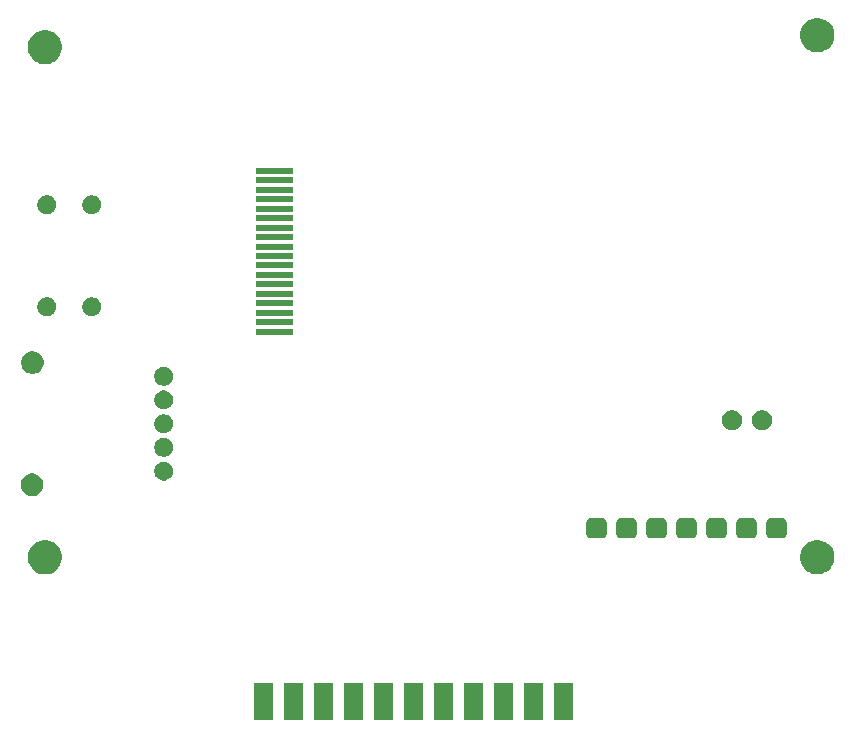
<source format=gbr>
G04 #@! TF.GenerationSoftware,KiCad,Pcbnew,5.0.2+dfsg1-1~bpo9+1*
G04 #@! TF.CreationDate,2020-07-27T21:19:22+01:00*
G04 #@! TF.ProjectId,gbc_outline_screen,6762635f-6f75-4746-9c69-6e655f736372,rev?*
G04 #@! TF.SameCoordinates,Original*
G04 #@! TF.FileFunction,Soldermask,Top*
G04 #@! TF.FilePolarity,Negative*
%FSLAX46Y46*%
G04 Gerber Fmt 4.6, Leading zero omitted, Abs format (unit mm)*
G04 Created by KiCad (PCBNEW 5.0.2+dfsg1-1~bpo9+1) date Mon 27 Jul 2020 21:19:22 BST*
%MOMM*%
%LPD*%
G01*
G04 APERTURE LIST*
%ADD10C,0.100000*%
G04 APERTURE END LIST*
D10*
G36*
X135595560Y-119909920D02*
X133969560Y-119909920D01*
X133969560Y-116807920D01*
X135595560Y-116807920D01*
X135595560Y-119909920D01*
X135595560Y-119909920D01*
G37*
G36*
X140675560Y-119909920D02*
X139049560Y-119909920D01*
X139049560Y-116807920D01*
X140675560Y-116807920D01*
X140675560Y-119909920D01*
X140675560Y-119909920D01*
G37*
G36*
X143215560Y-119909920D02*
X141589560Y-119909920D01*
X141589560Y-116807920D01*
X143215560Y-116807920D01*
X143215560Y-119909920D01*
X143215560Y-119909920D01*
G37*
G36*
X155915560Y-119904840D02*
X154289560Y-119904840D01*
X154289560Y-116802840D01*
X155915560Y-116802840D01*
X155915560Y-119904840D01*
X155915560Y-119904840D01*
G37*
G36*
X138135560Y-119904840D02*
X136509560Y-119904840D01*
X136509560Y-116802840D01*
X138135560Y-116802840D01*
X138135560Y-119904840D01*
X138135560Y-119904840D01*
G37*
G36*
X158455560Y-119904840D02*
X156829560Y-119904840D01*
X156829560Y-116802840D01*
X158455560Y-116802840D01*
X158455560Y-119904840D01*
X158455560Y-119904840D01*
G37*
G36*
X160995560Y-119904840D02*
X159369560Y-119904840D01*
X159369560Y-116802840D01*
X160995560Y-116802840D01*
X160995560Y-119904840D01*
X160995560Y-119904840D01*
G37*
G36*
X153375560Y-119904840D02*
X151749560Y-119904840D01*
X151749560Y-116802840D01*
X153375560Y-116802840D01*
X153375560Y-119904840D01*
X153375560Y-119904840D01*
G37*
G36*
X145755560Y-119904840D02*
X144129560Y-119904840D01*
X144129560Y-116802840D01*
X145755560Y-116802840D01*
X145755560Y-119904840D01*
X145755560Y-119904840D01*
G37*
G36*
X148295560Y-119904840D02*
X146669560Y-119904840D01*
X146669560Y-116802840D01*
X148295560Y-116802840D01*
X148295560Y-119904840D01*
X148295560Y-119904840D01*
G37*
G36*
X150835560Y-119904840D02*
X149209560Y-119904840D01*
X149209560Y-116802840D01*
X150835560Y-116802840D01*
X150835560Y-119904840D01*
X150835560Y-119904840D01*
G37*
G36*
X116709518Y-104756440D02*
X116709520Y-104756441D01*
X116709521Y-104756441D01*
X116973586Y-104865820D01*
X116973587Y-104865821D01*
X117211242Y-105024617D01*
X117413343Y-105226718D01*
X117413345Y-105226721D01*
X117572140Y-105464374D01*
X117680467Y-105725899D01*
X117681520Y-105728442D01*
X117737280Y-106008768D01*
X117737280Y-106294592D01*
X117682025Y-106572381D01*
X117681519Y-106574921D01*
X117572140Y-106838986D01*
X117572139Y-106838987D01*
X117413343Y-107076642D01*
X117211242Y-107278743D01*
X117211239Y-107278745D01*
X116973586Y-107437540D01*
X116709521Y-107546919D01*
X116709520Y-107546919D01*
X116709518Y-107546920D01*
X116429192Y-107602680D01*
X116143368Y-107602680D01*
X115863042Y-107546920D01*
X115863040Y-107546919D01*
X115863039Y-107546919D01*
X115598974Y-107437540D01*
X115361321Y-107278745D01*
X115361318Y-107278743D01*
X115159217Y-107076642D01*
X115000421Y-106838987D01*
X115000420Y-106838986D01*
X114891041Y-106574921D01*
X114890536Y-106572381D01*
X114835280Y-106294592D01*
X114835280Y-106008768D01*
X114891040Y-105728442D01*
X114892093Y-105725899D01*
X115000420Y-105464374D01*
X115159215Y-105226721D01*
X115159217Y-105226718D01*
X115361318Y-105024617D01*
X115598973Y-104865821D01*
X115598974Y-104865820D01*
X115863039Y-104756441D01*
X115863040Y-104756441D01*
X115863042Y-104756440D01*
X116143368Y-104700680D01*
X116429192Y-104700680D01*
X116709518Y-104756440D01*
X116709518Y-104756440D01*
G37*
G36*
X182101818Y-104753900D02*
X182101820Y-104753901D01*
X182101821Y-104753901D01*
X182365886Y-104863280D01*
X182600334Y-105019934D01*
X182603542Y-105022077D01*
X182805643Y-105224178D01*
X182805645Y-105224181D01*
X182964440Y-105461834D01*
X182965492Y-105464374D01*
X183073820Y-105725902D01*
X183074325Y-105728442D01*
X183129580Y-106006229D01*
X183129580Y-106292051D01*
X183073819Y-106572381D01*
X182964440Y-106836446D01*
X182962742Y-106838987D01*
X182805643Y-107074102D01*
X182603542Y-107276203D01*
X182603539Y-107276205D01*
X182365886Y-107435000D01*
X182101821Y-107544379D01*
X182101820Y-107544379D01*
X182101818Y-107544380D01*
X181821492Y-107600140D01*
X181535668Y-107600140D01*
X181255342Y-107544380D01*
X181255340Y-107544379D01*
X181255339Y-107544379D01*
X180991274Y-107435000D01*
X180753621Y-107276205D01*
X180753618Y-107276203D01*
X180551517Y-107074102D01*
X180394418Y-106838987D01*
X180392720Y-106836446D01*
X180283341Y-106572381D01*
X180227580Y-106292051D01*
X180227580Y-106006229D01*
X180282835Y-105728442D01*
X180283340Y-105725902D01*
X180391668Y-105464374D01*
X180392720Y-105461834D01*
X180551515Y-105224181D01*
X180551517Y-105224178D01*
X180753618Y-105022077D01*
X180756826Y-105019934D01*
X180991274Y-104863280D01*
X181255339Y-104753901D01*
X181255340Y-104753901D01*
X181255342Y-104753900D01*
X181535668Y-104698140D01*
X181821492Y-104698140D01*
X182101818Y-104753900D01*
X182101818Y-104753900D01*
G37*
G36*
X176240338Y-102829208D02*
X176308324Y-102849831D01*
X176370977Y-102883320D01*
X176425892Y-102928388D01*
X176470960Y-102983303D01*
X176504449Y-103045956D01*
X176525072Y-103113942D01*
X176532640Y-103190780D01*
X176532640Y-104154500D01*
X176525072Y-104231338D01*
X176504449Y-104299324D01*
X176470960Y-104361977D01*
X176425892Y-104416892D01*
X176370977Y-104461960D01*
X176308324Y-104495449D01*
X176240338Y-104516072D01*
X176163500Y-104523640D01*
X175199780Y-104523640D01*
X175122942Y-104516072D01*
X175054956Y-104495449D01*
X174992303Y-104461960D01*
X174937388Y-104416892D01*
X174892320Y-104361977D01*
X174858831Y-104299324D01*
X174838208Y-104231338D01*
X174830640Y-104154500D01*
X174830640Y-103190780D01*
X174838208Y-103113942D01*
X174858831Y-103045956D01*
X174892320Y-102983303D01*
X174937388Y-102928388D01*
X174992303Y-102883320D01*
X175054956Y-102849831D01*
X175122942Y-102829208D01*
X175199780Y-102821640D01*
X176163500Y-102821640D01*
X176240338Y-102829208D01*
X176240338Y-102829208D01*
G37*
G36*
X171160338Y-102829208D02*
X171228324Y-102849831D01*
X171290977Y-102883320D01*
X171345892Y-102928388D01*
X171390960Y-102983303D01*
X171424449Y-103045956D01*
X171445072Y-103113942D01*
X171452640Y-103190780D01*
X171452640Y-104154500D01*
X171445072Y-104231338D01*
X171424449Y-104299324D01*
X171390960Y-104361977D01*
X171345892Y-104416892D01*
X171290977Y-104461960D01*
X171228324Y-104495449D01*
X171160338Y-104516072D01*
X171083500Y-104523640D01*
X170119780Y-104523640D01*
X170042942Y-104516072D01*
X169974956Y-104495449D01*
X169912303Y-104461960D01*
X169857388Y-104416892D01*
X169812320Y-104361977D01*
X169778831Y-104299324D01*
X169758208Y-104231338D01*
X169750640Y-104154500D01*
X169750640Y-103190780D01*
X169758208Y-103113942D01*
X169778831Y-103045956D01*
X169812320Y-102983303D01*
X169857388Y-102928388D01*
X169912303Y-102883320D01*
X169974956Y-102849831D01*
X170042942Y-102829208D01*
X170119780Y-102821640D01*
X171083500Y-102821640D01*
X171160338Y-102829208D01*
X171160338Y-102829208D01*
G37*
G36*
X168620338Y-102829208D02*
X168688324Y-102849831D01*
X168750977Y-102883320D01*
X168805892Y-102928388D01*
X168850960Y-102983303D01*
X168884449Y-103045956D01*
X168905072Y-103113942D01*
X168912640Y-103190780D01*
X168912640Y-104154500D01*
X168905072Y-104231338D01*
X168884449Y-104299324D01*
X168850960Y-104361977D01*
X168805892Y-104416892D01*
X168750977Y-104461960D01*
X168688324Y-104495449D01*
X168620338Y-104516072D01*
X168543500Y-104523640D01*
X167579780Y-104523640D01*
X167502942Y-104516072D01*
X167434956Y-104495449D01*
X167372303Y-104461960D01*
X167317388Y-104416892D01*
X167272320Y-104361977D01*
X167238831Y-104299324D01*
X167218208Y-104231338D01*
X167210640Y-104154500D01*
X167210640Y-103190780D01*
X167218208Y-103113942D01*
X167238831Y-103045956D01*
X167272320Y-102983303D01*
X167317388Y-102928388D01*
X167372303Y-102883320D01*
X167434956Y-102849831D01*
X167502942Y-102829208D01*
X167579780Y-102821640D01*
X168543500Y-102821640D01*
X168620338Y-102829208D01*
X168620338Y-102829208D01*
G37*
G36*
X166080338Y-102829208D02*
X166148324Y-102849831D01*
X166210977Y-102883320D01*
X166265892Y-102928388D01*
X166310960Y-102983303D01*
X166344449Y-103045956D01*
X166365072Y-103113942D01*
X166372640Y-103190780D01*
X166372640Y-104154500D01*
X166365072Y-104231338D01*
X166344449Y-104299324D01*
X166310960Y-104361977D01*
X166265892Y-104416892D01*
X166210977Y-104461960D01*
X166148324Y-104495449D01*
X166080338Y-104516072D01*
X166003500Y-104523640D01*
X165039780Y-104523640D01*
X164962942Y-104516072D01*
X164894956Y-104495449D01*
X164832303Y-104461960D01*
X164777388Y-104416892D01*
X164732320Y-104361977D01*
X164698831Y-104299324D01*
X164678208Y-104231338D01*
X164670640Y-104154500D01*
X164670640Y-103190780D01*
X164678208Y-103113942D01*
X164698831Y-103045956D01*
X164732320Y-102983303D01*
X164777388Y-102928388D01*
X164832303Y-102883320D01*
X164894956Y-102849831D01*
X164962942Y-102829208D01*
X165039780Y-102821640D01*
X166003500Y-102821640D01*
X166080338Y-102829208D01*
X166080338Y-102829208D01*
G37*
G36*
X163540338Y-102829208D02*
X163608324Y-102849831D01*
X163670977Y-102883320D01*
X163725892Y-102928388D01*
X163770960Y-102983303D01*
X163804449Y-103045956D01*
X163825072Y-103113942D01*
X163832640Y-103190780D01*
X163832640Y-104154500D01*
X163825072Y-104231338D01*
X163804449Y-104299324D01*
X163770960Y-104361977D01*
X163725892Y-104416892D01*
X163670977Y-104461960D01*
X163608324Y-104495449D01*
X163540338Y-104516072D01*
X163463500Y-104523640D01*
X162499780Y-104523640D01*
X162422942Y-104516072D01*
X162354956Y-104495449D01*
X162292303Y-104461960D01*
X162237388Y-104416892D01*
X162192320Y-104361977D01*
X162158831Y-104299324D01*
X162138208Y-104231338D01*
X162130640Y-104154500D01*
X162130640Y-103190780D01*
X162138208Y-103113942D01*
X162158831Y-103045956D01*
X162192320Y-102983303D01*
X162237388Y-102928388D01*
X162292303Y-102883320D01*
X162354956Y-102849831D01*
X162422942Y-102829208D01*
X162499780Y-102821640D01*
X163463500Y-102821640D01*
X163540338Y-102829208D01*
X163540338Y-102829208D01*
G37*
G36*
X173700338Y-102829208D02*
X173768324Y-102849831D01*
X173830977Y-102883320D01*
X173885892Y-102928388D01*
X173930960Y-102983303D01*
X173964449Y-103045956D01*
X173985072Y-103113942D01*
X173992640Y-103190780D01*
X173992640Y-104154500D01*
X173985072Y-104231338D01*
X173964449Y-104299324D01*
X173930960Y-104361977D01*
X173885892Y-104416892D01*
X173830977Y-104461960D01*
X173768324Y-104495449D01*
X173700338Y-104516072D01*
X173623500Y-104523640D01*
X172659780Y-104523640D01*
X172582942Y-104516072D01*
X172514956Y-104495449D01*
X172452303Y-104461960D01*
X172397388Y-104416892D01*
X172352320Y-104361977D01*
X172318831Y-104299324D01*
X172298208Y-104231338D01*
X172290640Y-104154500D01*
X172290640Y-103190780D01*
X172298208Y-103113942D01*
X172318831Y-103045956D01*
X172352320Y-102983303D01*
X172397388Y-102928388D01*
X172452303Y-102883320D01*
X172514956Y-102849831D01*
X172582942Y-102829208D01*
X172659780Y-102821640D01*
X173623500Y-102821640D01*
X173700338Y-102829208D01*
X173700338Y-102829208D01*
G37*
G36*
X178780338Y-102829208D02*
X178848324Y-102849831D01*
X178910977Y-102883320D01*
X178965892Y-102928388D01*
X179010960Y-102983303D01*
X179044449Y-103045956D01*
X179065072Y-103113942D01*
X179072640Y-103190780D01*
X179072640Y-104154500D01*
X179065072Y-104231338D01*
X179044449Y-104299324D01*
X179010960Y-104361977D01*
X178965892Y-104416892D01*
X178910977Y-104461960D01*
X178848324Y-104495449D01*
X178780338Y-104516072D01*
X178703500Y-104523640D01*
X177739780Y-104523640D01*
X177662942Y-104516072D01*
X177594956Y-104495449D01*
X177532303Y-104461960D01*
X177477388Y-104416892D01*
X177432320Y-104361977D01*
X177398831Y-104299324D01*
X177378208Y-104231338D01*
X177370640Y-104154500D01*
X177370640Y-103190780D01*
X177378208Y-103113942D01*
X177398831Y-103045956D01*
X177432320Y-102983303D01*
X177477388Y-102928388D01*
X177532303Y-102883320D01*
X177594956Y-102849831D01*
X177662942Y-102829208D01*
X177739780Y-102821640D01*
X178703500Y-102821640D01*
X178780338Y-102829208D01*
X178780338Y-102829208D01*
G37*
G36*
X115481636Y-99087886D02*
X115654706Y-99159574D01*
X115810470Y-99263652D01*
X115942928Y-99396110D01*
X116047006Y-99551874D01*
X116118694Y-99724944D01*
X116155240Y-99908673D01*
X116155240Y-100096007D01*
X116118694Y-100279736D01*
X116047006Y-100452806D01*
X115942928Y-100608570D01*
X115810470Y-100741028D01*
X115654706Y-100845106D01*
X115481636Y-100916794D01*
X115297907Y-100953340D01*
X115110573Y-100953340D01*
X114926844Y-100916794D01*
X114753774Y-100845106D01*
X114598010Y-100741028D01*
X114465552Y-100608570D01*
X114361474Y-100452806D01*
X114289786Y-100279736D01*
X114253240Y-100096007D01*
X114253240Y-99908673D01*
X114289786Y-99724944D01*
X114361474Y-99551874D01*
X114465552Y-99396110D01*
X114598010Y-99263652D01*
X114753774Y-99159574D01*
X114926844Y-99087886D01*
X115110573Y-99051340D01*
X115297907Y-99051340D01*
X115481636Y-99087886D01*
X115481636Y-99087886D01*
G37*
G36*
X126563083Y-98076421D02*
X126708855Y-98136802D01*
X126840051Y-98224464D01*
X126951616Y-98336029D01*
X127039278Y-98467225D01*
X127099659Y-98612997D01*
X127130440Y-98767747D01*
X127130440Y-98925533D01*
X127099659Y-99080283D01*
X127039278Y-99226055D01*
X126951616Y-99357251D01*
X126840051Y-99468816D01*
X126708855Y-99556478D01*
X126563083Y-99616859D01*
X126408333Y-99647640D01*
X126250547Y-99647640D01*
X126095797Y-99616859D01*
X125950025Y-99556478D01*
X125818829Y-99468816D01*
X125707264Y-99357251D01*
X125619602Y-99226055D01*
X125559221Y-99080283D01*
X125528440Y-98925533D01*
X125528440Y-98767747D01*
X125559221Y-98612997D01*
X125619602Y-98467225D01*
X125707264Y-98336029D01*
X125818829Y-98224464D01*
X125950025Y-98136802D01*
X126095797Y-98076421D01*
X126250547Y-98045640D01*
X126408333Y-98045640D01*
X126563083Y-98076421D01*
X126563083Y-98076421D01*
G37*
G36*
X126563083Y-96069821D02*
X126708855Y-96130202D01*
X126840051Y-96217864D01*
X126951616Y-96329429D01*
X127039278Y-96460625D01*
X127099659Y-96606397D01*
X127130440Y-96761147D01*
X127130440Y-96918933D01*
X127099659Y-97073683D01*
X127039278Y-97219455D01*
X126951616Y-97350651D01*
X126840051Y-97462216D01*
X126708855Y-97549878D01*
X126563083Y-97610259D01*
X126408333Y-97641040D01*
X126250547Y-97641040D01*
X126095797Y-97610259D01*
X125950025Y-97549878D01*
X125818829Y-97462216D01*
X125707264Y-97350651D01*
X125619602Y-97219455D01*
X125559221Y-97073683D01*
X125528440Y-96918933D01*
X125528440Y-96761147D01*
X125559221Y-96606397D01*
X125619602Y-96460625D01*
X125707264Y-96329429D01*
X125818829Y-96217864D01*
X125950025Y-96130202D01*
X126095797Y-96069821D01*
X126250547Y-96039040D01*
X126408333Y-96039040D01*
X126563083Y-96069821D01*
X126563083Y-96069821D01*
G37*
G36*
X126563083Y-94063221D02*
X126708855Y-94123602D01*
X126840051Y-94211264D01*
X126951616Y-94322829D01*
X127039278Y-94454025D01*
X127099659Y-94599797D01*
X127130440Y-94754547D01*
X127130440Y-94912333D01*
X127099659Y-95067083D01*
X127039278Y-95212855D01*
X126951616Y-95344051D01*
X126840051Y-95455616D01*
X126708855Y-95543278D01*
X126563083Y-95603659D01*
X126408333Y-95634440D01*
X126250547Y-95634440D01*
X126095797Y-95603659D01*
X125950025Y-95543278D01*
X125818829Y-95455616D01*
X125707264Y-95344051D01*
X125619602Y-95212855D01*
X125559221Y-95067083D01*
X125528440Y-94912333D01*
X125528440Y-94754547D01*
X125559221Y-94599797D01*
X125619602Y-94454025D01*
X125707264Y-94322829D01*
X125818829Y-94211264D01*
X125950025Y-94123602D01*
X126095797Y-94063221D01*
X126250547Y-94032440D01*
X126408333Y-94032440D01*
X126563083Y-94063221D01*
X126563083Y-94063221D01*
G37*
G36*
X177245588Y-93720503D02*
X177400460Y-93784653D01*
X177539841Y-93877785D01*
X177658375Y-93996319D01*
X177751507Y-94135700D01*
X177815657Y-94290572D01*
X177848360Y-94454984D01*
X177848360Y-94622616D01*
X177815657Y-94787028D01*
X177751507Y-94941900D01*
X177658375Y-95081281D01*
X177539841Y-95199815D01*
X177400460Y-95292947D01*
X177245588Y-95357097D01*
X177081176Y-95389800D01*
X176913544Y-95389800D01*
X176749132Y-95357097D01*
X176594260Y-95292947D01*
X176454879Y-95199815D01*
X176336345Y-95081281D01*
X176243213Y-94941900D01*
X176179063Y-94787028D01*
X176146360Y-94622616D01*
X176146360Y-94454984D01*
X176179063Y-94290572D01*
X176243213Y-94135700D01*
X176336345Y-93996319D01*
X176454879Y-93877785D01*
X176594260Y-93784653D01*
X176749132Y-93720503D01*
X176913544Y-93687800D01*
X177081176Y-93687800D01*
X177245588Y-93720503D01*
X177245588Y-93720503D01*
G37*
G36*
X174705588Y-93720503D02*
X174860460Y-93784653D01*
X174999841Y-93877785D01*
X175118375Y-93996319D01*
X175211507Y-94135700D01*
X175275657Y-94290572D01*
X175308360Y-94454984D01*
X175308360Y-94622616D01*
X175275657Y-94787028D01*
X175211507Y-94941900D01*
X175118375Y-95081281D01*
X174999841Y-95199815D01*
X174860460Y-95292947D01*
X174705588Y-95357097D01*
X174541176Y-95389800D01*
X174373544Y-95389800D01*
X174209132Y-95357097D01*
X174054260Y-95292947D01*
X173914879Y-95199815D01*
X173796345Y-95081281D01*
X173703213Y-94941900D01*
X173639063Y-94787028D01*
X173606360Y-94622616D01*
X173606360Y-94454984D01*
X173639063Y-94290572D01*
X173703213Y-94135700D01*
X173796345Y-93996319D01*
X173914879Y-93877785D01*
X174054260Y-93784653D01*
X174209132Y-93720503D01*
X174373544Y-93687800D01*
X174541176Y-93687800D01*
X174705588Y-93720503D01*
X174705588Y-93720503D01*
G37*
G36*
X126563083Y-92056621D02*
X126708855Y-92117002D01*
X126840051Y-92204664D01*
X126951616Y-92316229D01*
X127039278Y-92447425D01*
X127099659Y-92593197D01*
X127130440Y-92747947D01*
X127130440Y-92905733D01*
X127099659Y-93060483D01*
X127039278Y-93206255D01*
X126951616Y-93337451D01*
X126840051Y-93449016D01*
X126708855Y-93536678D01*
X126563083Y-93597059D01*
X126408333Y-93627840D01*
X126250547Y-93627840D01*
X126095797Y-93597059D01*
X125950025Y-93536678D01*
X125818829Y-93449016D01*
X125707264Y-93337451D01*
X125619602Y-93206255D01*
X125559221Y-93060483D01*
X125528440Y-92905733D01*
X125528440Y-92747947D01*
X125559221Y-92593197D01*
X125619602Y-92447425D01*
X125707264Y-92316229D01*
X125818829Y-92204664D01*
X125950025Y-92117002D01*
X126095797Y-92056621D01*
X126250547Y-92025840D01*
X126408333Y-92025840D01*
X126563083Y-92056621D01*
X126563083Y-92056621D01*
G37*
G36*
X126563083Y-90050021D02*
X126708855Y-90110402D01*
X126840051Y-90198064D01*
X126951616Y-90309629D01*
X127039278Y-90440825D01*
X127099659Y-90586597D01*
X127130440Y-90741347D01*
X127130440Y-90899133D01*
X127099659Y-91053883D01*
X127039278Y-91199655D01*
X126951616Y-91330851D01*
X126840051Y-91442416D01*
X126708855Y-91530078D01*
X126563083Y-91590459D01*
X126408333Y-91621240D01*
X126250547Y-91621240D01*
X126095797Y-91590459D01*
X125950025Y-91530078D01*
X125818829Y-91442416D01*
X125707264Y-91330851D01*
X125619602Y-91199655D01*
X125559221Y-91053883D01*
X125528440Y-90899133D01*
X125528440Y-90741347D01*
X125559221Y-90586597D01*
X125619602Y-90440825D01*
X125707264Y-90309629D01*
X125818829Y-90198064D01*
X125950025Y-90110402D01*
X126095797Y-90050021D01*
X126250547Y-90019240D01*
X126408333Y-90019240D01*
X126563083Y-90050021D01*
X126563083Y-90050021D01*
G37*
G36*
X115494336Y-88750086D02*
X115667406Y-88821774D01*
X115823170Y-88925852D01*
X115955628Y-89058310D01*
X116059706Y-89214074D01*
X116131394Y-89387144D01*
X116167940Y-89570873D01*
X116167940Y-89758207D01*
X116131394Y-89941936D01*
X116059706Y-90115006D01*
X115955628Y-90270770D01*
X115823170Y-90403228D01*
X115667406Y-90507306D01*
X115494336Y-90578994D01*
X115310607Y-90615540D01*
X115123273Y-90615540D01*
X114939544Y-90578994D01*
X114766474Y-90507306D01*
X114610710Y-90403228D01*
X114478252Y-90270770D01*
X114374174Y-90115006D01*
X114302486Y-89941936D01*
X114265940Y-89758207D01*
X114265940Y-89570873D01*
X114302486Y-89387144D01*
X114374174Y-89214074D01*
X114478252Y-89058310D01*
X114610710Y-88925852D01*
X114766474Y-88821774D01*
X114939544Y-88750086D01*
X115123273Y-88713540D01*
X115310607Y-88713540D01*
X115494336Y-88750086D01*
X115494336Y-88750086D01*
G37*
G36*
X137288600Y-87291720D02*
X134186600Y-87291720D01*
X134186600Y-86789720D01*
X137288600Y-86789720D01*
X137288600Y-87291720D01*
X137288600Y-87291720D01*
G37*
G36*
X137288600Y-86491620D02*
X134186600Y-86491620D01*
X134186600Y-85989620D01*
X137288600Y-85989620D01*
X137288600Y-86491620D01*
X137288600Y-86491620D01*
G37*
G36*
X116669783Y-84157221D02*
X116815555Y-84217602D01*
X116946751Y-84305264D01*
X117058316Y-84416829D01*
X117145978Y-84548025D01*
X117206359Y-84693797D01*
X117237140Y-84848547D01*
X117237140Y-85006333D01*
X117206359Y-85161083D01*
X117145978Y-85306855D01*
X117058316Y-85438051D01*
X116946751Y-85549616D01*
X116815555Y-85637278D01*
X116669783Y-85697659D01*
X116515033Y-85728440D01*
X116357247Y-85728440D01*
X116202497Y-85697659D01*
X116056725Y-85637278D01*
X115925529Y-85549616D01*
X115813964Y-85438051D01*
X115726302Y-85306855D01*
X115665921Y-85161083D01*
X115635140Y-85006333D01*
X115635140Y-84848547D01*
X115665921Y-84693797D01*
X115726302Y-84548025D01*
X115813964Y-84416829D01*
X115925529Y-84305264D01*
X116056725Y-84217602D01*
X116202497Y-84157221D01*
X116357247Y-84126440D01*
X116515033Y-84126440D01*
X116669783Y-84157221D01*
X116669783Y-84157221D01*
G37*
G36*
X120467083Y-84157221D02*
X120612855Y-84217602D01*
X120744051Y-84305264D01*
X120855616Y-84416829D01*
X120943278Y-84548025D01*
X121003659Y-84693797D01*
X121034440Y-84848547D01*
X121034440Y-85006333D01*
X121003659Y-85161083D01*
X120943278Y-85306855D01*
X120855616Y-85438051D01*
X120744051Y-85549616D01*
X120612855Y-85637278D01*
X120467083Y-85697659D01*
X120312333Y-85728440D01*
X120154547Y-85728440D01*
X119999797Y-85697659D01*
X119854025Y-85637278D01*
X119722829Y-85549616D01*
X119611264Y-85438051D01*
X119523602Y-85306855D01*
X119463221Y-85161083D01*
X119432440Y-85006333D01*
X119432440Y-84848547D01*
X119463221Y-84693797D01*
X119523602Y-84548025D01*
X119611264Y-84416829D01*
X119722829Y-84305264D01*
X119854025Y-84217602D01*
X119999797Y-84157221D01*
X120154547Y-84126440D01*
X120312333Y-84126440D01*
X120467083Y-84157221D01*
X120467083Y-84157221D01*
G37*
G36*
X137288600Y-85691520D02*
X134186600Y-85691520D01*
X134186600Y-85189520D01*
X137288600Y-85189520D01*
X137288600Y-85691520D01*
X137288600Y-85691520D01*
G37*
G36*
X137288600Y-84891420D02*
X134186600Y-84891420D01*
X134186600Y-84389420D01*
X137288600Y-84389420D01*
X137288600Y-84891420D01*
X137288600Y-84891420D01*
G37*
G36*
X137288600Y-84091320D02*
X134186600Y-84091320D01*
X134186600Y-83589320D01*
X137288600Y-83589320D01*
X137288600Y-84091320D01*
X137288600Y-84091320D01*
G37*
G36*
X137288600Y-83291220D02*
X134186600Y-83291220D01*
X134186600Y-82789220D01*
X137288600Y-82789220D01*
X137288600Y-83291220D01*
X137288600Y-83291220D01*
G37*
G36*
X137288600Y-82491120D02*
X134186600Y-82491120D01*
X134186600Y-81989120D01*
X137288600Y-81989120D01*
X137288600Y-82491120D01*
X137288600Y-82491120D01*
G37*
G36*
X137288600Y-81691020D02*
X134186600Y-81691020D01*
X134186600Y-81189020D01*
X137288600Y-81189020D01*
X137288600Y-81691020D01*
X137288600Y-81691020D01*
G37*
G36*
X137288600Y-80890920D02*
X134186600Y-80890920D01*
X134186600Y-80388920D01*
X137288600Y-80388920D01*
X137288600Y-80890920D01*
X137288600Y-80890920D01*
G37*
G36*
X137288600Y-80090820D02*
X134186600Y-80090820D01*
X134186600Y-79588820D01*
X137288600Y-79588820D01*
X137288600Y-80090820D01*
X137288600Y-80090820D01*
G37*
G36*
X137288600Y-79290720D02*
X134186600Y-79290720D01*
X134186600Y-78788720D01*
X137288600Y-78788720D01*
X137288600Y-79290720D01*
X137288600Y-79290720D01*
G37*
G36*
X137288600Y-78490620D02*
X134186600Y-78490620D01*
X134186600Y-77988620D01*
X137288600Y-77988620D01*
X137288600Y-78490620D01*
X137288600Y-78490620D01*
G37*
G36*
X137288600Y-77690520D02*
X134186600Y-77690520D01*
X134186600Y-77188520D01*
X137288600Y-77188520D01*
X137288600Y-77690520D01*
X137288600Y-77690520D01*
G37*
G36*
X120467083Y-75521221D02*
X120612855Y-75581602D01*
X120744051Y-75669264D01*
X120855616Y-75780829D01*
X120943278Y-75912025D01*
X121003659Y-76057797D01*
X121034440Y-76212547D01*
X121034440Y-76370333D01*
X121003659Y-76525083D01*
X120943278Y-76670855D01*
X120855616Y-76802051D01*
X120744051Y-76913616D01*
X120612855Y-77001278D01*
X120467083Y-77061659D01*
X120312333Y-77092440D01*
X120154547Y-77092440D01*
X119999797Y-77061659D01*
X119854025Y-77001278D01*
X119722829Y-76913616D01*
X119611264Y-76802051D01*
X119523602Y-76670855D01*
X119463221Y-76525083D01*
X119432440Y-76370333D01*
X119432440Y-76212547D01*
X119463221Y-76057797D01*
X119523602Y-75912025D01*
X119611264Y-75780829D01*
X119722829Y-75669264D01*
X119854025Y-75581602D01*
X119999797Y-75521221D01*
X120154547Y-75490440D01*
X120312333Y-75490440D01*
X120467083Y-75521221D01*
X120467083Y-75521221D01*
G37*
G36*
X116669783Y-75521221D02*
X116815555Y-75581602D01*
X116946751Y-75669264D01*
X117058316Y-75780829D01*
X117145978Y-75912025D01*
X117206359Y-76057797D01*
X117237140Y-76212547D01*
X117237140Y-76370333D01*
X117206359Y-76525083D01*
X117145978Y-76670855D01*
X117058316Y-76802051D01*
X116946751Y-76913616D01*
X116815555Y-77001278D01*
X116669783Y-77061659D01*
X116515033Y-77092440D01*
X116357247Y-77092440D01*
X116202497Y-77061659D01*
X116056725Y-77001278D01*
X115925529Y-76913616D01*
X115813964Y-76802051D01*
X115726302Y-76670855D01*
X115665921Y-76525083D01*
X115635140Y-76370333D01*
X115635140Y-76212547D01*
X115665921Y-76057797D01*
X115726302Y-75912025D01*
X115813964Y-75780829D01*
X115925529Y-75669264D01*
X116056725Y-75581602D01*
X116202497Y-75521221D01*
X116357247Y-75490440D01*
X116515033Y-75490440D01*
X116669783Y-75521221D01*
X116669783Y-75521221D01*
G37*
G36*
X137288600Y-76890420D02*
X134186600Y-76890420D01*
X134186600Y-76388420D01*
X137288600Y-76388420D01*
X137288600Y-76890420D01*
X137288600Y-76890420D01*
G37*
G36*
X137288600Y-76090320D02*
X134186600Y-76090320D01*
X134186600Y-75588320D01*
X137288600Y-75588320D01*
X137288600Y-76090320D01*
X137288600Y-76090320D01*
G37*
G36*
X137288600Y-75290220D02*
X134186600Y-75290220D01*
X134186600Y-74788220D01*
X137288600Y-74788220D01*
X137288600Y-75290220D01*
X137288600Y-75290220D01*
G37*
G36*
X137288600Y-74490120D02*
X134186600Y-74490120D01*
X134186600Y-73988120D01*
X137288600Y-73988120D01*
X137288600Y-74490120D01*
X137288600Y-74490120D01*
G37*
G36*
X137288600Y-73690020D02*
X134186600Y-73690020D01*
X134186600Y-73188020D01*
X137288600Y-73188020D01*
X137288600Y-73690020D01*
X137288600Y-73690020D01*
G37*
G36*
X116696818Y-61573900D02*
X116696820Y-61573901D01*
X116696821Y-61573901D01*
X116960886Y-61683280D01*
X116960887Y-61683281D01*
X117198542Y-61842077D01*
X117400643Y-62044178D01*
X117400645Y-62044181D01*
X117559440Y-62281834D01*
X117668819Y-62545899D01*
X117668820Y-62545902D01*
X117724580Y-62826228D01*
X117724580Y-63112052D01*
X117677572Y-63348380D01*
X117668819Y-63392381D01*
X117559440Y-63656446D01*
X117559439Y-63656447D01*
X117400643Y-63894102D01*
X117198542Y-64096203D01*
X117198539Y-64096205D01*
X116960886Y-64255000D01*
X116696821Y-64364379D01*
X116696820Y-64364379D01*
X116696818Y-64364380D01*
X116416492Y-64420140D01*
X116130668Y-64420140D01*
X115850342Y-64364380D01*
X115850340Y-64364379D01*
X115850339Y-64364379D01*
X115586274Y-64255000D01*
X115348621Y-64096205D01*
X115348618Y-64096203D01*
X115146517Y-63894102D01*
X114987721Y-63656447D01*
X114987720Y-63656446D01*
X114878341Y-63392381D01*
X114869589Y-63348380D01*
X114822580Y-63112052D01*
X114822580Y-62826228D01*
X114878340Y-62545902D01*
X114878341Y-62545899D01*
X114987720Y-62281834D01*
X115146515Y-62044181D01*
X115146517Y-62044178D01*
X115348618Y-61842077D01*
X115586273Y-61683281D01*
X115586274Y-61683280D01*
X115850339Y-61573901D01*
X115850340Y-61573901D01*
X115850342Y-61573900D01*
X116130668Y-61518140D01*
X116416492Y-61518140D01*
X116696818Y-61573900D01*
X116696818Y-61573900D01*
G37*
G36*
X182101818Y-60557900D02*
X182101820Y-60557901D01*
X182101821Y-60557901D01*
X182365886Y-60667280D01*
X182365887Y-60667281D01*
X182603542Y-60826077D01*
X182805643Y-61028178D01*
X182805645Y-61028181D01*
X182964440Y-61265834D01*
X183068948Y-61518140D01*
X183073820Y-61529902D01*
X183104329Y-61683281D01*
X183129580Y-61810229D01*
X183129580Y-62096051D01*
X183073819Y-62376381D01*
X182964440Y-62640446D01*
X182807786Y-62874894D01*
X182805643Y-62878102D01*
X182603542Y-63080203D01*
X182603539Y-63080205D01*
X182365886Y-63239000D01*
X182101821Y-63348379D01*
X182101820Y-63348379D01*
X182101818Y-63348380D01*
X181821492Y-63404140D01*
X181535668Y-63404140D01*
X181255342Y-63348380D01*
X181255340Y-63348379D01*
X181255339Y-63348379D01*
X180991274Y-63239000D01*
X180753621Y-63080205D01*
X180753618Y-63080203D01*
X180551517Y-62878102D01*
X180549374Y-62874894D01*
X180392720Y-62640446D01*
X180283341Y-62376381D01*
X180227580Y-62096051D01*
X180227580Y-61810229D01*
X180252831Y-61683281D01*
X180283340Y-61529902D01*
X180288212Y-61518140D01*
X180392720Y-61265834D01*
X180551515Y-61028181D01*
X180551517Y-61028178D01*
X180753618Y-60826077D01*
X180991273Y-60667281D01*
X180991274Y-60667280D01*
X181255339Y-60557901D01*
X181255340Y-60557901D01*
X181255342Y-60557900D01*
X181535668Y-60502140D01*
X181821492Y-60502140D01*
X182101818Y-60557900D01*
X182101818Y-60557900D01*
G37*
M02*

</source>
